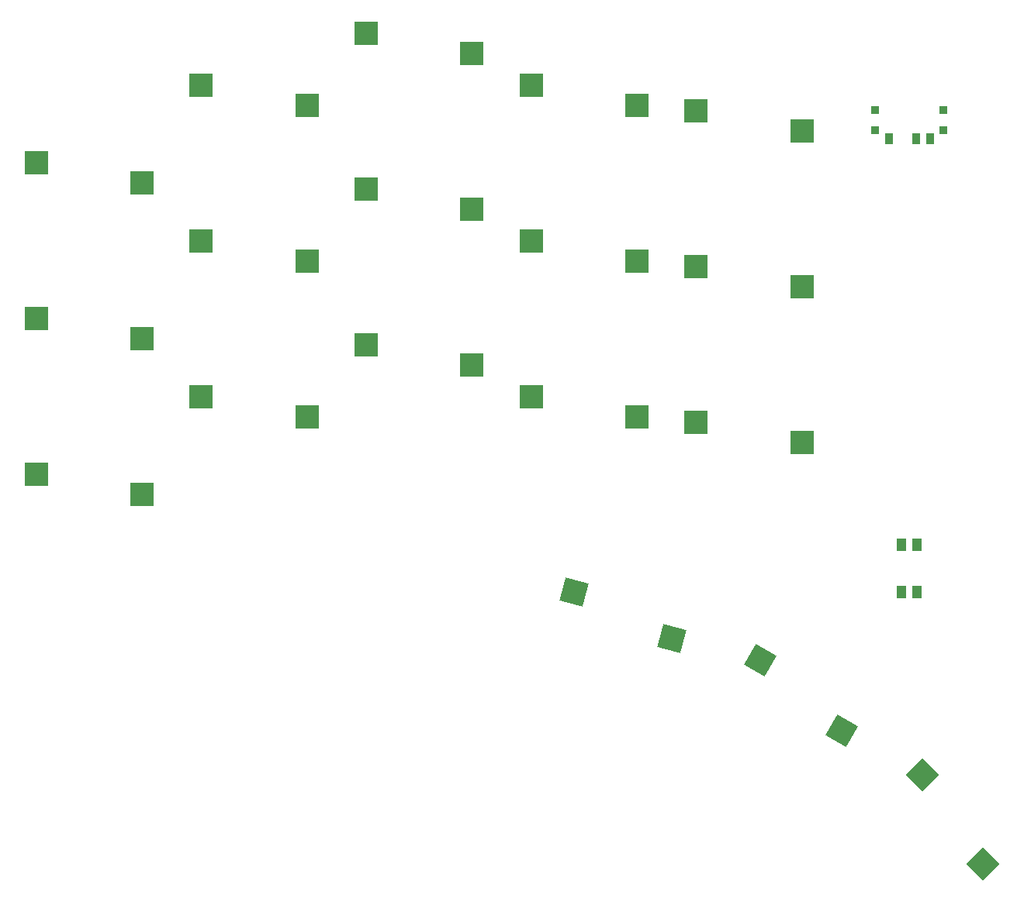
<source format=gbp>
%TF.GenerationSoftware,KiCad,Pcbnew,(6.0.5)*%
%TF.CreationDate,2022-09-17T13:25:28+02:00*%
%TF.ProjectId,rae_dux_no_splay,7261655f-6475-4785-9f6e-6f5f73706c61,v1.0.0*%
%TF.SameCoordinates,Original*%
%TF.FileFunction,Paste,Bot*%
%TF.FilePolarity,Positive*%
%FSLAX46Y46*%
G04 Gerber Fmt 4.6, Leading zero omitted, Abs format (unit mm)*
G04 Created by KiCad (PCBNEW (6.0.5)) date 2022-09-17 13:25:28*
%MOMM*%
%LPD*%
G01*
G04 APERTURE LIST*
G04 Aperture macros list*
%AMRotRect*
0 Rectangle, with rotation*
0 The origin of the aperture is its center*
0 $1 length*
0 $2 width*
0 $3 Rotation angle, in degrees counterclockwise*
0 Add horizontal line*
21,1,$1,$2,0,0,$3*%
G04 Aperture macros list end*
%ADD10R,2.600000X2.600000*%
%ADD11RotRect,2.600000X2.600000X345.000000*%
%ADD12RotRect,2.600000X2.600000X330.000000*%
%ADD13RotRect,2.600000X2.600000X315.000000*%
%ADD14R,0.900000X1.250000*%
%ADD15R,0.900000X0.900000*%
%ADD16R,1.000000X1.450000*%
G04 APERTURE END LIST*
D10*
X64725000Y55950000D03*
X76275000Y53750000D03*
X64725000Y72950000D03*
X76275000Y70750000D03*
X64725000Y89950000D03*
X76275000Y87750000D03*
X82725000Y64450000D03*
X94275000Y62250000D03*
X82725000Y81450000D03*
X94275000Y79250000D03*
X82725000Y98450000D03*
X94275000Y96250000D03*
X100725000Y70116667D03*
X112275000Y67916667D03*
X100725000Y87116667D03*
X112275000Y84916667D03*
X100725000Y104116667D03*
X112275000Y101916667D03*
X118725000Y64450000D03*
X130275000Y62250000D03*
X118725000Y81450000D03*
X130275000Y79250000D03*
X118725000Y98450000D03*
X130275000Y96250000D03*
X136725000Y61616667D03*
X148275000Y59416667D03*
X136725000Y78616667D03*
X148275000Y76416667D03*
X136725000Y95616667D03*
X148275000Y93416667D03*
D11*
X123456525Y43083813D03*
X134043567Y37969416D03*
D12*
X143756325Y35600748D03*
X152658918Y27920492D03*
D13*
X161427667Y23118688D03*
X168039115Y13395970D03*
D14*
X157750000Y92591667D03*
X160750000Y92591667D03*
X162250000Y92591667D03*
D15*
X163700000Y95766667D03*
X163700000Y93566667D03*
X156300000Y93566667D03*
X156300000Y95766667D03*
D16*
X159150000Y43091667D03*
X159150000Y48241667D03*
X160850000Y43091667D03*
X160850000Y48241667D03*
M02*

</source>
